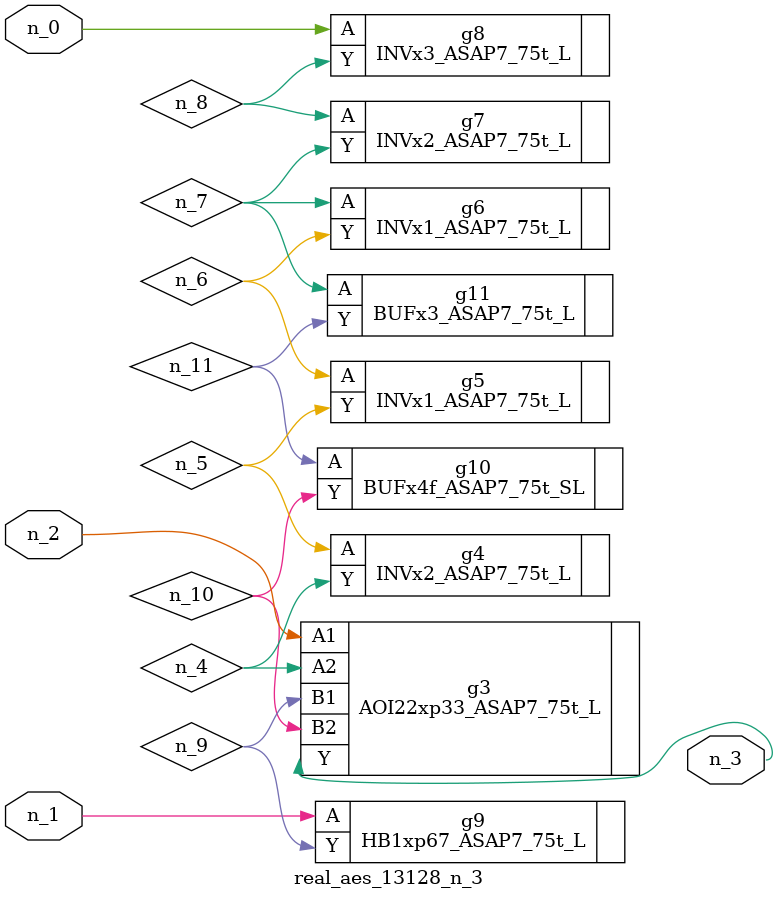
<source format=v>
module real_aes_13128_n_3 (n_0, n_2, n_1, n_3);
input n_0;
input n_2;
input n_1;
output n_3;
wire n_4;
wire n_5;
wire n_7;
wire n_9;
wire n_6;
wire n_8;
wire n_10;
wire n_11;
INVx3_ASAP7_75t_L g8 ( .A(n_0), .Y(n_8) );
HB1xp67_ASAP7_75t_L g9 ( .A(n_1), .Y(n_9) );
AOI22xp33_ASAP7_75t_L g3 ( .A1(n_2), .A2(n_4), .B1(n_9), .B2(n_10), .Y(n_3) );
INVx2_ASAP7_75t_L g4 ( .A(n_5), .Y(n_4) );
INVx1_ASAP7_75t_L g5 ( .A(n_6), .Y(n_5) );
INVx1_ASAP7_75t_L g6 ( .A(n_7), .Y(n_6) );
BUFx3_ASAP7_75t_L g11 ( .A(n_7), .Y(n_11) );
INVx2_ASAP7_75t_L g7 ( .A(n_8), .Y(n_7) );
BUFx4f_ASAP7_75t_SL g10 ( .A(n_11), .Y(n_10) );
endmodule
</source>
